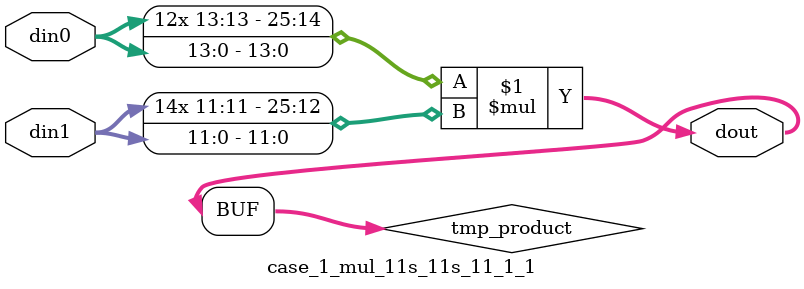
<source format=v>

`timescale 1 ns / 1 ps

 module case_1_mul_11s_11s_11_1_1(din0, din1, dout);
parameter ID = 1;
parameter NUM_STAGE = 0;
parameter din0_WIDTH = 14;
parameter din1_WIDTH = 12;
parameter dout_WIDTH = 26;

input [din0_WIDTH - 1 : 0] din0; 
input [din1_WIDTH - 1 : 0] din1; 
output [dout_WIDTH - 1 : 0] dout;

wire signed [dout_WIDTH - 1 : 0] tmp_product;



























assign tmp_product = $signed(din0) * $signed(din1);








assign dout = tmp_product;





















endmodule

</source>
